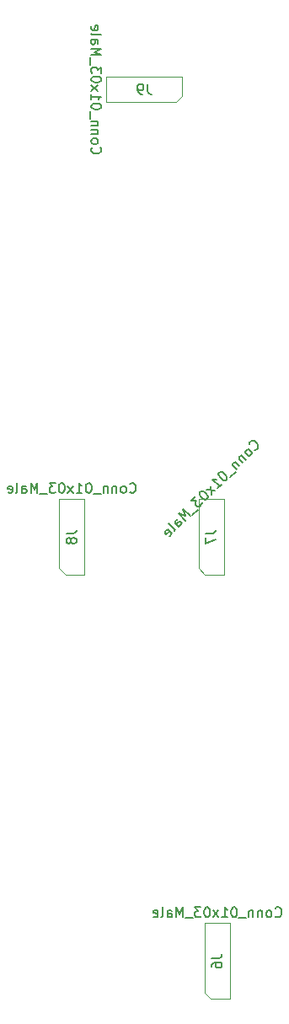
<source format=gbr>
%TF.GenerationSoftware,KiCad,Pcbnew,(5.1.6-0-10_14)*%
%TF.CreationDate,2020-12-13T12:36:34-06:00*%
%TF.ProjectId,nab,6e61622e-6b69-4636-9164-5f7063625858,rev?*%
%TF.SameCoordinates,Original*%
%TF.FileFunction,Other,Fab,Bot*%
%FSLAX46Y46*%
G04 Gerber Fmt 4.6, Leading zero omitted, Abs format (unit mm)*
G04 Created by KiCad (PCBNEW (5.1.6-0-10_14)) date 2020-12-13 12:36:34*
%MOMM*%
%LPD*%
G01*
G04 APERTURE LIST*
%ADD10C,0.100000*%
%ADD11C,0.150000*%
G04 APERTURE END LIST*
D10*
%TO.C,J9*%
X63449200Y-67792600D02*
X64084200Y-67157600D01*
X56464200Y-67792600D02*
X63449200Y-67792600D01*
X56464200Y-65252600D02*
X56464200Y-67792600D01*
X64084200Y-65252600D02*
X56464200Y-65252600D01*
X64084200Y-67157600D02*
X64084200Y-65252600D01*
%TO.C,J8*%
X51730000Y-114635000D02*
X52365000Y-115270000D01*
X51730000Y-107650000D02*
X51730000Y-114635000D01*
X54270000Y-107650000D02*
X51730000Y-107650000D01*
X54270000Y-115270000D02*
X54270000Y-107650000D01*
X52365000Y-115270000D02*
X54270000Y-115270000D01*
%TO.C,J7*%
X65730000Y-114635000D02*
X66365000Y-115270000D01*
X65730000Y-107650000D02*
X65730000Y-114635000D01*
X68270000Y-107650000D02*
X65730000Y-107650000D01*
X68270000Y-115270000D02*
X68270000Y-107650000D01*
X66365000Y-115270000D02*
X68270000Y-115270000D01*
%TO.C,J6*%
X66344800Y-157264100D02*
X66979800Y-157899100D01*
X66344800Y-150279100D02*
X66344800Y-157264100D01*
X68884800Y-150279100D02*
X66344800Y-150279100D01*
X68884800Y-157899100D02*
X68884800Y-150279100D01*
X66979800Y-157899100D02*
X68884800Y-157899100D01*
%TD*%
%TO.C,J9*%
D11*
X55047057Y-72355933D02*
X54999438Y-72403552D01*
X54951819Y-72546409D01*
X54951819Y-72641647D01*
X54999438Y-72784504D01*
X55094676Y-72879742D01*
X55189914Y-72927361D01*
X55380390Y-72974980D01*
X55523247Y-72974980D01*
X55713723Y-72927361D01*
X55808961Y-72879742D01*
X55904200Y-72784504D01*
X55951819Y-72641647D01*
X55951819Y-72546409D01*
X55904200Y-72403552D01*
X55856580Y-72355933D01*
X54951819Y-71784504D02*
X54999438Y-71879742D01*
X55047057Y-71927361D01*
X55142295Y-71974980D01*
X55428009Y-71974980D01*
X55523247Y-71927361D01*
X55570866Y-71879742D01*
X55618485Y-71784504D01*
X55618485Y-71641647D01*
X55570866Y-71546409D01*
X55523247Y-71498790D01*
X55428009Y-71451171D01*
X55142295Y-71451171D01*
X55047057Y-71498790D01*
X54999438Y-71546409D01*
X54951819Y-71641647D01*
X54951819Y-71784504D01*
X55618485Y-71022600D02*
X54951819Y-71022600D01*
X55523247Y-71022600D02*
X55570866Y-70974980D01*
X55618485Y-70879742D01*
X55618485Y-70736885D01*
X55570866Y-70641647D01*
X55475628Y-70594028D01*
X54951819Y-70594028D01*
X55618485Y-70117838D02*
X54951819Y-70117838D01*
X55523247Y-70117838D02*
X55570866Y-70070219D01*
X55618485Y-69974980D01*
X55618485Y-69832123D01*
X55570866Y-69736885D01*
X55475628Y-69689266D01*
X54951819Y-69689266D01*
X54856580Y-69451171D02*
X54856580Y-68689266D01*
X55951819Y-68260695D02*
X55951819Y-68165457D01*
X55904200Y-68070219D01*
X55856580Y-68022600D01*
X55761342Y-67974980D01*
X55570866Y-67927361D01*
X55332771Y-67927361D01*
X55142295Y-67974980D01*
X55047057Y-68022600D01*
X54999438Y-68070219D01*
X54951819Y-68165457D01*
X54951819Y-68260695D01*
X54999438Y-68355933D01*
X55047057Y-68403552D01*
X55142295Y-68451171D01*
X55332771Y-68498790D01*
X55570866Y-68498790D01*
X55761342Y-68451171D01*
X55856580Y-68403552D01*
X55904200Y-68355933D01*
X55951819Y-68260695D01*
X54951819Y-66974980D02*
X54951819Y-67546409D01*
X54951819Y-67260695D02*
X55951819Y-67260695D01*
X55808961Y-67355933D01*
X55713723Y-67451171D01*
X55666104Y-67546409D01*
X54951819Y-66641647D02*
X55618485Y-66117838D01*
X55618485Y-66641647D02*
X54951819Y-66117838D01*
X55951819Y-65546409D02*
X55951819Y-65451171D01*
X55904200Y-65355933D01*
X55856580Y-65308314D01*
X55761342Y-65260695D01*
X55570866Y-65213076D01*
X55332771Y-65213076D01*
X55142295Y-65260695D01*
X55047057Y-65308314D01*
X54999438Y-65355933D01*
X54951819Y-65451171D01*
X54951819Y-65546409D01*
X54999438Y-65641647D01*
X55047057Y-65689266D01*
X55142295Y-65736885D01*
X55332771Y-65784504D01*
X55570866Y-65784504D01*
X55761342Y-65736885D01*
X55856580Y-65689266D01*
X55904200Y-65641647D01*
X55951819Y-65546409D01*
X55951819Y-64879742D02*
X55951819Y-64260695D01*
X55570866Y-64594028D01*
X55570866Y-64451171D01*
X55523247Y-64355933D01*
X55475628Y-64308314D01*
X55380390Y-64260695D01*
X55142295Y-64260695D01*
X55047057Y-64308314D01*
X54999438Y-64355933D01*
X54951819Y-64451171D01*
X54951819Y-64736885D01*
X54999438Y-64832123D01*
X55047057Y-64879742D01*
X54856580Y-64070219D02*
X54856580Y-63308314D01*
X54951819Y-63070219D02*
X55951819Y-63070219D01*
X55237533Y-62736885D01*
X55951819Y-62403552D01*
X54951819Y-62403552D01*
X54951819Y-61498790D02*
X55475628Y-61498790D01*
X55570866Y-61546409D01*
X55618485Y-61641647D01*
X55618485Y-61832123D01*
X55570866Y-61927361D01*
X54999438Y-61498790D02*
X54951819Y-61594028D01*
X54951819Y-61832123D01*
X54999438Y-61927361D01*
X55094676Y-61974980D01*
X55189914Y-61974980D01*
X55285152Y-61927361D01*
X55332771Y-61832123D01*
X55332771Y-61594028D01*
X55380390Y-61498790D01*
X54951819Y-60879742D02*
X54999438Y-60974980D01*
X55094676Y-61022600D01*
X55951819Y-61022600D01*
X54999438Y-60117838D02*
X54951819Y-60213076D01*
X54951819Y-60403552D01*
X54999438Y-60498790D01*
X55094676Y-60546409D01*
X55475628Y-60546409D01*
X55570866Y-60498790D01*
X55618485Y-60403552D01*
X55618485Y-60213076D01*
X55570866Y-60117838D01*
X55475628Y-60070219D01*
X55380390Y-60070219D01*
X55285152Y-60546409D01*
X60607533Y-65974980D02*
X60607533Y-66689266D01*
X60655152Y-66832123D01*
X60750390Y-66927361D01*
X60893247Y-66974980D01*
X60988485Y-66974980D01*
X60083723Y-66974980D02*
X59893247Y-66974980D01*
X59798009Y-66927361D01*
X59750390Y-66879742D01*
X59655152Y-66736885D01*
X59607533Y-66546409D01*
X59607533Y-66165457D01*
X59655152Y-66070219D01*
X59702771Y-66022600D01*
X59798009Y-65974980D01*
X59988485Y-65974980D01*
X60083723Y-66022600D01*
X60131342Y-66070219D01*
X60178961Y-66165457D01*
X60178961Y-66403552D01*
X60131342Y-66498790D01*
X60083723Y-66546409D01*
X59988485Y-66594028D01*
X59798009Y-66594028D01*
X59702771Y-66546409D01*
X59655152Y-66498790D01*
X59607533Y-66403552D01*
%TO.C,J8*%
X58833333Y-106947142D02*
X58880952Y-106994761D01*
X59023809Y-107042380D01*
X59119047Y-107042380D01*
X59261904Y-106994761D01*
X59357142Y-106899523D01*
X59404761Y-106804285D01*
X59452380Y-106613809D01*
X59452380Y-106470952D01*
X59404761Y-106280476D01*
X59357142Y-106185238D01*
X59261904Y-106090000D01*
X59119047Y-106042380D01*
X59023809Y-106042380D01*
X58880952Y-106090000D01*
X58833333Y-106137619D01*
X58261904Y-107042380D02*
X58357142Y-106994761D01*
X58404761Y-106947142D01*
X58452380Y-106851904D01*
X58452380Y-106566190D01*
X58404761Y-106470952D01*
X58357142Y-106423333D01*
X58261904Y-106375714D01*
X58119047Y-106375714D01*
X58023809Y-106423333D01*
X57976190Y-106470952D01*
X57928571Y-106566190D01*
X57928571Y-106851904D01*
X57976190Y-106947142D01*
X58023809Y-106994761D01*
X58119047Y-107042380D01*
X58261904Y-107042380D01*
X57500000Y-106375714D02*
X57500000Y-107042380D01*
X57500000Y-106470952D02*
X57452380Y-106423333D01*
X57357142Y-106375714D01*
X57214285Y-106375714D01*
X57119047Y-106423333D01*
X57071428Y-106518571D01*
X57071428Y-107042380D01*
X56595238Y-106375714D02*
X56595238Y-107042380D01*
X56595238Y-106470952D02*
X56547619Y-106423333D01*
X56452380Y-106375714D01*
X56309523Y-106375714D01*
X56214285Y-106423333D01*
X56166666Y-106518571D01*
X56166666Y-107042380D01*
X55928571Y-107137619D02*
X55166666Y-107137619D01*
X54738095Y-106042380D02*
X54642857Y-106042380D01*
X54547619Y-106090000D01*
X54500000Y-106137619D01*
X54452380Y-106232857D01*
X54404761Y-106423333D01*
X54404761Y-106661428D01*
X54452380Y-106851904D01*
X54500000Y-106947142D01*
X54547619Y-106994761D01*
X54642857Y-107042380D01*
X54738095Y-107042380D01*
X54833333Y-106994761D01*
X54880952Y-106947142D01*
X54928571Y-106851904D01*
X54976190Y-106661428D01*
X54976190Y-106423333D01*
X54928571Y-106232857D01*
X54880952Y-106137619D01*
X54833333Y-106090000D01*
X54738095Y-106042380D01*
X53452380Y-107042380D02*
X54023809Y-107042380D01*
X53738095Y-107042380D02*
X53738095Y-106042380D01*
X53833333Y-106185238D01*
X53928571Y-106280476D01*
X54023809Y-106328095D01*
X53119047Y-107042380D02*
X52595238Y-106375714D01*
X53119047Y-106375714D02*
X52595238Y-107042380D01*
X52023809Y-106042380D02*
X51928571Y-106042380D01*
X51833333Y-106090000D01*
X51785714Y-106137619D01*
X51738095Y-106232857D01*
X51690476Y-106423333D01*
X51690476Y-106661428D01*
X51738095Y-106851904D01*
X51785714Y-106947142D01*
X51833333Y-106994761D01*
X51928571Y-107042380D01*
X52023809Y-107042380D01*
X52119047Y-106994761D01*
X52166666Y-106947142D01*
X52214285Y-106851904D01*
X52261904Y-106661428D01*
X52261904Y-106423333D01*
X52214285Y-106232857D01*
X52166666Y-106137619D01*
X52119047Y-106090000D01*
X52023809Y-106042380D01*
X51357142Y-106042380D02*
X50738095Y-106042380D01*
X51071428Y-106423333D01*
X50928571Y-106423333D01*
X50833333Y-106470952D01*
X50785714Y-106518571D01*
X50738095Y-106613809D01*
X50738095Y-106851904D01*
X50785714Y-106947142D01*
X50833333Y-106994761D01*
X50928571Y-107042380D01*
X51214285Y-107042380D01*
X51309523Y-106994761D01*
X51357142Y-106947142D01*
X50547619Y-107137619D02*
X49785714Y-107137619D01*
X49547619Y-107042380D02*
X49547619Y-106042380D01*
X49214285Y-106756666D01*
X48880952Y-106042380D01*
X48880952Y-107042380D01*
X47976190Y-107042380D02*
X47976190Y-106518571D01*
X48023809Y-106423333D01*
X48119047Y-106375714D01*
X48309523Y-106375714D01*
X48404761Y-106423333D01*
X47976190Y-106994761D02*
X48071428Y-107042380D01*
X48309523Y-107042380D01*
X48404761Y-106994761D01*
X48452380Y-106899523D01*
X48452380Y-106804285D01*
X48404761Y-106709047D01*
X48309523Y-106661428D01*
X48071428Y-106661428D01*
X47976190Y-106613809D01*
X47357142Y-107042380D02*
X47452380Y-106994761D01*
X47500000Y-106899523D01*
X47500000Y-106042380D01*
X46595238Y-106994761D02*
X46690476Y-107042380D01*
X46880952Y-107042380D01*
X46976190Y-106994761D01*
X47023809Y-106899523D01*
X47023809Y-106518571D01*
X46976190Y-106423333D01*
X46880952Y-106375714D01*
X46690476Y-106375714D01*
X46595238Y-106423333D01*
X46547619Y-106518571D01*
X46547619Y-106613809D01*
X47023809Y-106709047D01*
X52452380Y-111126666D02*
X53166666Y-111126666D01*
X53309523Y-111079047D01*
X53404761Y-110983809D01*
X53452380Y-110840952D01*
X53452380Y-110745714D01*
X52880952Y-111745714D02*
X52833333Y-111650476D01*
X52785714Y-111602857D01*
X52690476Y-111555238D01*
X52642857Y-111555238D01*
X52547619Y-111602857D01*
X52500000Y-111650476D01*
X52452380Y-111745714D01*
X52452380Y-111936190D01*
X52500000Y-112031428D01*
X52547619Y-112079047D01*
X52642857Y-112126666D01*
X52690476Y-112126666D01*
X52785714Y-112079047D01*
X52833333Y-112031428D01*
X52880952Y-111936190D01*
X52880952Y-111745714D01*
X52928571Y-111650476D01*
X52976190Y-111602857D01*
X53071428Y-111555238D01*
X53261904Y-111555238D01*
X53357142Y-111602857D01*
X53404761Y-111650476D01*
X53452380Y-111745714D01*
X53452380Y-111936190D01*
X53404761Y-112031428D01*
X53357142Y-112079047D01*
X53261904Y-112126666D01*
X53071428Y-112126666D01*
X52976190Y-112079047D01*
X52928571Y-112031428D01*
X52880952Y-111936190D01*
%TO.C,J7*%
X71377327Y-102717748D02*
X71444671Y-102717748D01*
X71579358Y-102650405D01*
X71646701Y-102583061D01*
X71714045Y-102448374D01*
X71714045Y-102313687D01*
X71680373Y-102212672D01*
X71579358Y-102044313D01*
X71478342Y-101943298D01*
X71309984Y-101842283D01*
X71208968Y-101808611D01*
X71074281Y-101808611D01*
X70939594Y-101875954D01*
X70872251Y-101943298D01*
X70804907Y-102077985D01*
X70804907Y-102145328D01*
X71040610Y-103189153D02*
X71074281Y-103088137D01*
X71074281Y-103020794D01*
X71040610Y-102919779D01*
X70838579Y-102717748D01*
X70737564Y-102684076D01*
X70670220Y-102684076D01*
X70569205Y-102717748D01*
X70468190Y-102818763D01*
X70434518Y-102919779D01*
X70434518Y-102987122D01*
X70468190Y-103088137D01*
X70670220Y-103290168D01*
X70771236Y-103323840D01*
X70838579Y-103323840D01*
X70939594Y-103290168D01*
X71040610Y-103189153D01*
X70030457Y-103256496D02*
X70501862Y-103727901D01*
X70097801Y-103323840D02*
X70030457Y-103323840D01*
X69929442Y-103357511D01*
X69828427Y-103458527D01*
X69794755Y-103559542D01*
X69828427Y-103660557D01*
X70198816Y-104030946D01*
X69390694Y-103896259D02*
X69862098Y-104367664D01*
X69458037Y-103963603D02*
X69390694Y-103963603D01*
X69289679Y-103997275D01*
X69188663Y-104098290D01*
X69154992Y-104199305D01*
X69188663Y-104300320D01*
X69559053Y-104670710D01*
X69458037Y-104906412D02*
X68919289Y-105445160D01*
X67841793Y-104973755D02*
X67774450Y-105041099D01*
X67740778Y-105142114D01*
X67740778Y-105209458D01*
X67774450Y-105310473D01*
X67875465Y-105478832D01*
X68043824Y-105647190D01*
X68212183Y-105748206D01*
X68313198Y-105781877D01*
X68380541Y-105781877D01*
X68481557Y-105748206D01*
X68548900Y-105680862D01*
X68582572Y-105579847D01*
X68582572Y-105512503D01*
X68548900Y-105411488D01*
X68447885Y-105243129D01*
X68279526Y-105074771D01*
X68111167Y-104973755D01*
X68010152Y-104940084D01*
X67942809Y-104940084D01*
X67841793Y-104973755D01*
X67639763Y-106590000D02*
X68043824Y-106185938D01*
X67841793Y-106387969D02*
X67134687Y-105680862D01*
X67303045Y-105714534D01*
X67437732Y-105714534D01*
X67538748Y-105680862D01*
X67404061Y-106825702D02*
X66562267Y-106724687D01*
X66932656Y-106354297D02*
X67033671Y-107196091D01*
X65922503Y-106893045D02*
X65855160Y-106960389D01*
X65821488Y-107061404D01*
X65821488Y-107128748D01*
X65855160Y-107229763D01*
X65956175Y-107398122D01*
X66124534Y-107566480D01*
X66292893Y-107667496D01*
X66393908Y-107701167D01*
X66461251Y-107701167D01*
X66562267Y-107667496D01*
X66629610Y-107600152D01*
X66663282Y-107499137D01*
X66663282Y-107431793D01*
X66629610Y-107330778D01*
X66528595Y-107162419D01*
X66360236Y-106994061D01*
X66191877Y-106893045D01*
X66090862Y-106859374D01*
X66023519Y-106859374D01*
X65922503Y-106893045D01*
X65451099Y-107364450D02*
X65013366Y-107802183D01*
X65518442Y-107835854D01*
X65417427Y-107936870D01*
X65383755Y-108037885D01*
X65383755Y-108105228D01*
X65417427Y-108206244D01*
X65585786Y-108374602D01*
X65686801Y-108408274D01*
X65754145Y-108408274D01*
X65855160Y-108374602D01*
X66057190Y-108172572D01*
X66090862Y-108071557D01*
X66090862Y-108004213D01*
X65653129Y-108711320D02*
X65114381Y-109250068D01*
X64878679Y-109351083D02*
X64171572Y-108643976D01*
X64440946Y-109384755D01*
X63700168Y-109115381D01*
X64407275Y-109822488D01*
X63767511Y-110462251D02*
X63397122Y-110091862D01*
X63363450Y-109990846D01*
X63397122Y-109889831D01*
X63531809Y-109755144D01*
X63632824Y-109721472D01*
X63733840Y-110428579D02*
X63834855Y-110394907D01*
X64003214Y-110226549D01*
X64036885Y-110125533D01*
X64003214Y-110024518D01*
X63935870Y-109957175D01*
X63834855Y-109923503D01*
X63733840Y-109957175D01*
X63565481Y-110125533D01*
X63464466Y-110159205D01*
X63329779Y-110899984D02*
X63363450Y-110798968D01*
X63329779Y-110697953D01*
X62723687Y-110091862D01*
X62757359Y-111405060D02*
X62858374Y-111371388D01*
X62993061Y-111236701D01*
X63026733Y-111135686D01*
X62993061Y-111034671D01*
X62723687Y-110765297D01*
X62622672Y-110731625D01*
X62521657Y-110765297D01*
X62386970Y-110899984D01*
X62353298Y-111000999D01*
X62386970Y-111102014D01*
X62454313Y-111169358D01*
X62858374Y-110899984D01*
X66452380Y-111126666D02*
X67166666Y-111126666D01*
X67309523Y-111079047D01*
X67404761Y-110983809D01*
X67452380Y-110840952D01*
X67452380Y-110745714D01*
X66452380Y-111507619D02*
X66452380Y-112174285D01*
X67452380Y-111745714D01*
%TO.C,J6*%
X73448133Y-149576242D02*
X73495752Y-149623861D01*
X73638609Y-149671480D01*
X73733847Y-149671480D01*
X73876704Y-149623861D01*
X73971942Y-149528623D01*
X74019561Y-149433385D01*
X74067180Y-149242909D01*
X74067180Y-149100052D01*
X74019561Y-148909576D01*
X73971942Y-148814338D01*
X73876704Y-148719100D01*
X73733847Y-148671480D01*
X73638609Y-148671480D01*
X73495752Y-148719100D01*
X73448133Y-148766719D01*
X72876704Y-149671480D02*
X72971942Y-149623861D01*
X73019561Y-149576242D01*
X73067180Y-149481004D01*
X73067180Y-149195290D01*
X73019561Y-149100052D01*
X72971942Y-149052433D01*
X72876704Y-149004814D01*
X72733847Y-149004814D01*
X72638609Y-149052433D01*
X72590990Y-149100052D01*
X72543371Y-149195290D01*
X72543371Y-149481004D01*
X72590990Y-149576242D01*
X72638609Y-149623861D01*
X72733847Y-149671480D01*
X72876704Y-149671480D01*
X72114800Y-149004814D02*
X72114800Y-149671480D01*
X72114800Y-149100052D02*
X72067180Y-149052433D01*
X71971942Y-149004814D01*
X71829085Y-149004814D01*
X71733847Y-149052433D01*
X71686228Y-149147671D01*
X71686228Y-149671480D01*
X71210038Y-149004814D02*
X71210038Y-149671480D01*
X71210038Y-149100052D02*
X71162419Y-149052433D01*
X71067180Y-149004814D01*
X70924323Y-149004814D01*
X70829085Y-149052433D01*
X70781466Y-149147671D01*
X70781466Y-149671480D01*
X70543371Y-149766719D02*
X69781466Y-149766719D01*
X69352895Y-148671480D02*
X69257657Y-148671480D01*
X69162419Y-148719100D01*
X69114800Y-148766719D01*
X69067180Y-148861957D01*
X69019561Y-149052433D01*
X69019561Y-149290528D01*
X69067180Y-149481004D01*
X69114800Y-149576242D01*
X69162419Y-149623861D01*
X69257657Y-149671480D01*
X69352895Y-149671480D01*
X69448133Y-149623861D01*
X69495752Y-149576242D01*
X69543371Y-149481004D01*
X69590990Y-149290528D01*
X69590990Y-149052433D01*
X69543371Y-148861957D01*
X69495752Y-148766719D01*
X69448133Y-148719100D01*
X69352895Y-148671480D01*
X68067180Y-149671480D02*
X68638609Y-149671480D01*
X68352895Y-149671480D02*
X68352895Y-148671480D01*
X68448133Y-148814338D01*
X68543371Y-148909576D01*
X68638609Y-148957195D01*
X67733847Y-149671480D02*
X67210038Y-149004814D01*
X67733847Y-149004814D02*
X67210038Y-149671480D01*
X66638609Y-148671480D02*
X66543371Y-148671480D01*
X66448133Y-148719100D01*
X66400514Y-148766719D01*
X66352895Y-148861957D01*
X66305276Y-149052433D01*
X66305276Y-149290528D01*
X66352895Y-149481004D01*
X66400514Y-149576242D01*
X66448133Y-149623861D01*
X66543371Y-149671480D01*
X66638609Y-149671480D01*
X66733847Y-149623861D01*
X66781466Y-149576242D01*
X66829085Y-149481004D01*
X66876704Y-149290528D01*
X66876704Y-149052433D01*
X66829085Y-148861957D01*
X66781466Y-148766719D01*
X66733847Y-148719100D01*
X66638609Y-148671480D01*
X65971942Y-148671480D02*
X65352895Y-148671480D01*
X65686228Y-149052433D01*
X65543371Y-149052433D01*
X65448133Y-149100052D01*
X65400514Y-149147671D01*
X65352895Y-149242909D01*
X65352895Y-149481004D01*
X65400514Y-149576242D01*
X65448133Y-149623861D01*
X65543371Y-149671480D01*
X65829085Y-149671480D01*
X65924323Y-149623861D01*
X65971942Y-149576242D01*
X65162419Y-149766719D02*
X64400514Y-149766719D01*
X64162419Y-149671480D02*
X64162419Y-148671480D01*
X63829085Y-149385766D01*
X63495752Y-148671480D01*
X63495752Y-149671480D01*
X62590990Y-149671480D02*
X62590990Y-149147671D01*
X62638609Y-149052433D01*
X62733847Y-149004814D01*
X62924323Y-149004814D01*
X63019561Y-149052433D01*
X62590990Y-149623861D02*
X62686228Y-149671480D01*
X62924323Y-149671480D01*
X63019561Y-149623861D01*
X63067180Y-149528623D01*
X63067180Y-149433385D01*
X63019561Y-149338147D01*
X62924323Y-149290528D01*
X62686228Y-149290528D01*
X62590990Y-149242909D01*
X61971942Y-149671480D02*
X62067180Y-149623861D01*
X62114800Y-149528623D01*
X62114800Y-148671480D01*
X61210038Y-149623861D02*
X61305276Y-149671480D01*
X61495752Y-149671480D01*
X61590990Y-149623861D01*
X61638609Y-149528623D01*
X61638609Y-149147671D01*
X61590990Y-149052433D01*
X61495752Y-149004814D01*
X61305276Y-149004814D01*
X61210038Y-149052433D01*
X61162419Y-149147671D01*
X61162419Y-149242909D01*
X61638609Y-149338147D01*
X67067180Y-153755766D02*
X67781466Y-153755766D01*
X67924323Y-153708147D01*
X68019561Y-153612909D01*
X68067180Y-153470052D01*
X68067180Y-153374814D01*
X67067180Y-154660528D02*
X67067180Y-154470052D01*
X67114800Y-154374814D01*
X67162419Y-154327195D01*
X67305276Y-154231957D01*
X67495752Y-154184338D01*
X67876704Y-154184338D01*
X67971942Y-154231957D01*
X68019561Y-154279576D01*
X68067180Y-154374814D01*
X68067180Y-154565290D01*
X68019561Y-154660528D01*
X67971942Y-154708147D01*
X67876704Y-154755766D01*
X67638609Y-154755766D01*
X67543371Y-154708147D01*
X67495752Y-154660528D01*
X67448133Y-154565290D01*
X67448133Y-154374814D01*
X67495752Y-154279576D01*
X67543371Y-154231957D01*
X67638609Y-154184338D01*
%TD*%
M02*

</source>
